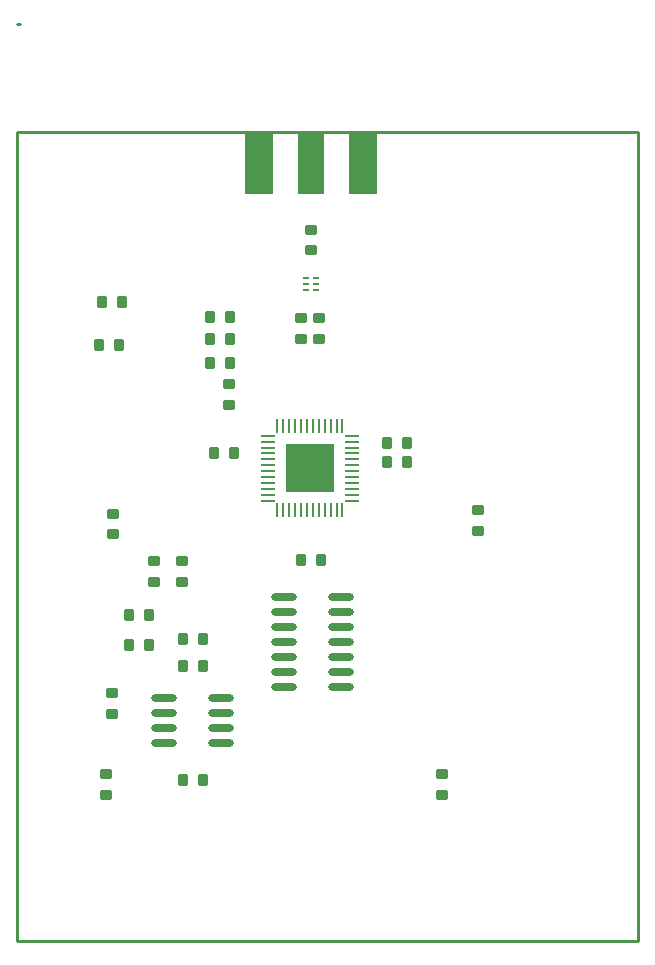
<source format=gtp>
G04 Layer_Color=8421504*
%FSLAX25Y25*%
%MOIN*%
G70*
G01*
G75*
G04:AMPARAMS|DCode=10|XSize=39.37mil|YSize=35.43mil|CornerRadius=4.43mil|HoleSize=0mil|Usage=FLASHONLY|Rotation=270.000|XOffset=0mil|YOffset=0mil|HoleType=Round|Shape=RoundedRectangle|*
%AMROUNDEDRECTD10*
21,1,0.03937,0.02658,0,0,270.0*
21,1,0.03051,0.03543,0,0,270.0*
1,1,0.00886,-0.01329,-0.01526*
1,1,0.00886,-0.01329,0.01526*
1,1,0.00886,0.01329,0.01526*
1,1,0.00886,0.01329,-0.01526*
%
%ADD10ROUNDEDRECTD10*%
G04:AMPARAMS|DCode=11|XSize=39.37mil|YSize=35.43mil|CornerRadius=4.43mil|HoleSize=0mil|Usage=FLASHONLY|Rotation=0.000|XOffset=0mil|YOffset=0mil|HoleType=Round|Shape=RoundedRectangle|*
%AMROUNDEDRECTD11*
21,1,0.03937,0.02658,0,0,0.0*
21,1,0.03051,0.03543,0,0,0.0*
1,1,0.00886,0.01526,-0.01329*
1,1,0.00886,-0.01526,-0.01329*
1,1,0.00886,-0.01526,0.01329*
1,1,0.00886,0.01526,0.01329*
%
%ADD11ROUNDEDRECTD11*%
%ADD12R,0.16142X0.16142*%
%ADD13O,0.04724X0.00984*%
%ADD14O,0.00984X0.04724*%
%ADD15O,0.08661X0.02362*%
%ADD16R,0.09508X0.20000*%
%ADD17R,0.09016X0.20000*%
%ADD18R,0.02165X0.00984*%
%ADD22C,0.01000*%
D10*
X161346Y201000D02*
D03*
X154654D02*
D03*
X200847Y227500D02*
D03*
X194153D02*
D03*
X161346Y154000D02*
D03*
X154654D02*
D03*
X222654Y260000D02*
D03*
X229346D02*
D03*
X171846Y263000D02*
D03*
X165154D02*
D03*
X222654Y266500D02*
D03*
X229346D02*
D03*
X134346Y313500D02*
D03*
X127654D02*
D03*
X163654Y308500D02*
D03*
X170346D02*
D03*
X163654Y301000D02*
D03*
X170346D02*
D03*
X163654Y293000D02*
D03*
X170347D02*
D03*
X133346Y299000D02*
D03*
X126654D02*
D03*
X154654Y192000D02*
D03*
X161346D02*
D03*
X143347Y199000D02*
D03*
X136653D02*
D03*
X143347Y209000D02*
D03*
X136653D02*
D03*
D11*
X131500Y242693D02*
D03*
Y236000D02*
D03*
X253000Y237154D02*
D03*
Y243847D02*
D03*
X197500Y337346D02*
D03*
Y330654D02*
D03*
X200000Y307846D02*
D03*
Y301154D02*
D03*
X194000Y307846D02*
D03*
Y301154D02*
D03*
X241000Y149154D02*
D03*
Y155846D02*
D03*
X170000Y279154D02*
D03*
Y285846D02*
D03*
X129000Y155847D02*
D03*
Y149153D02*
D03*
X131000Y176154D02*
D03*
Y182846D02*
D03*
X154500Y220153D02*
D03*
Y226847D02*
D03*
X145000Y226847D02*
D03*
Y220153D02*
D03*
D12*
X197110Y257925D02*
D03*
D13*
X211185Y268752D02*
D03*
Y266783D02*
D03*
Y264815D02*
D03*
Y262846D02*
D03*
Y260878D02*
D03*
Y258910D02*
D03*
Y256941D02*
D03*
Y254972D02*
D03*
Y253004D02*
D03*
Y251035D02*
D03*
Y249067D02*
D03*
Y247098D02*
D03*
X183035D02*
D03*
Y249067D02*
D03*
Y251035D02*
D03*
Y253004D02*
D03*
Y254972D02*
D03*
Y256941D02*
D03*
Y258910D02*
D03*
Y260878D02*
D03*
Y262846D02*
D03*
Y264815D02*
D03*
Y266783D02*
D03*
Y268752D02*
D03*
D14*
X207937Y243850D02*
D03*
X205968D02*
D03*
X204000D02*
D03*
X202031D02*
D03*
X200063D02*
D03*
X198094D02*
D03*
X196126D02*
D03*
X194158D02*
D03*
X192189D02*
D03*
X190220D02*
D03*
X188252D02*
D03*
X186284D02*
D03*
Y272000D02*
D03*
X188252D02*
D03*
X190220D02*
D03*
X192189D02*
D03*
X194158D02*
D03*
X196126D02*
D03*
X198094D02*
D03*
X200063D02*
D03*
X202031D02*
D03*
X204000D02*
D03*
X205968D02*
D03*
X207937D02*
D03*
D15*
X188551Y215000D02*
D03*
Y210000D02*
D03*
Y205000D02*
D03*
Y200000D02*
D03*
Y195000D02*
D03*
Y190000D02*
D03*
Y185000D02*
D03*
X207449Y215000D02*
D03*
Y210000D02*
D03*
Y205000D02*
D03*
Y200000D02*
D03*
Y195000D02*
D03*
Y190000D02*
D03*
Y185000D02*
D03*
X167449Y166500D02*
D03*
Y171500D02*
D03*
Y176500D02*
D03*
Y181500D02*
D03*
X148551Y166500D02*
D03*
Y171500D02*
D03*
Y176500D02*
D03*
Y181500D02*
D03*
D16*
X180246Y359500D02*
D03*
X214754D02*
D03*
D17*
X197500D02*
D03*
D18*
X199000Y321437D02*
D03*
Y319469D02*
D03*
Y317500D02*
D03*
X195654Y321437D02*
D03*
Y319469D02*
D03*
Y317500D02*
D03*
D22*
X99500Y406000D02*
X100500D01*
X136500Y370000D02*
X306500D01*
Y362500D02*
Y370000D01*
X99500Y100500D02*
Y362500D01*
X306500Y100500D02*
Y362500D01*
X99500Y100500D02*
X306500D01*
X99500Y370000D02*
X136500D01*
X99500Y362500D02*
Y370000D01*
M02*

</source>
